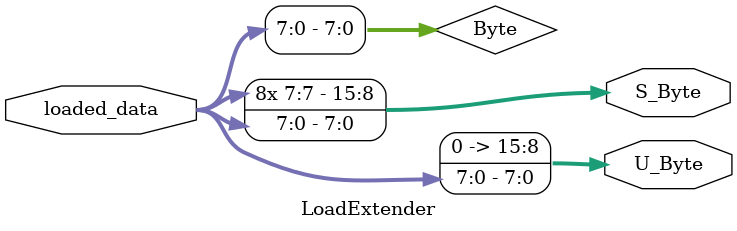
<source format=v>
module LoadExtender(
input [15:0] loaded_data,
output [15:0] U_Byte,
output [15:0] S_Byte
);

    wire [7:0] Byte;
    assign Byte = loaded_data[7:0];
    assign U_Byte =  {8'b0, Byte};
    assign S_Byte =  $signed({{8{Byte[7]}}, Byte});
endmodule
</source>
